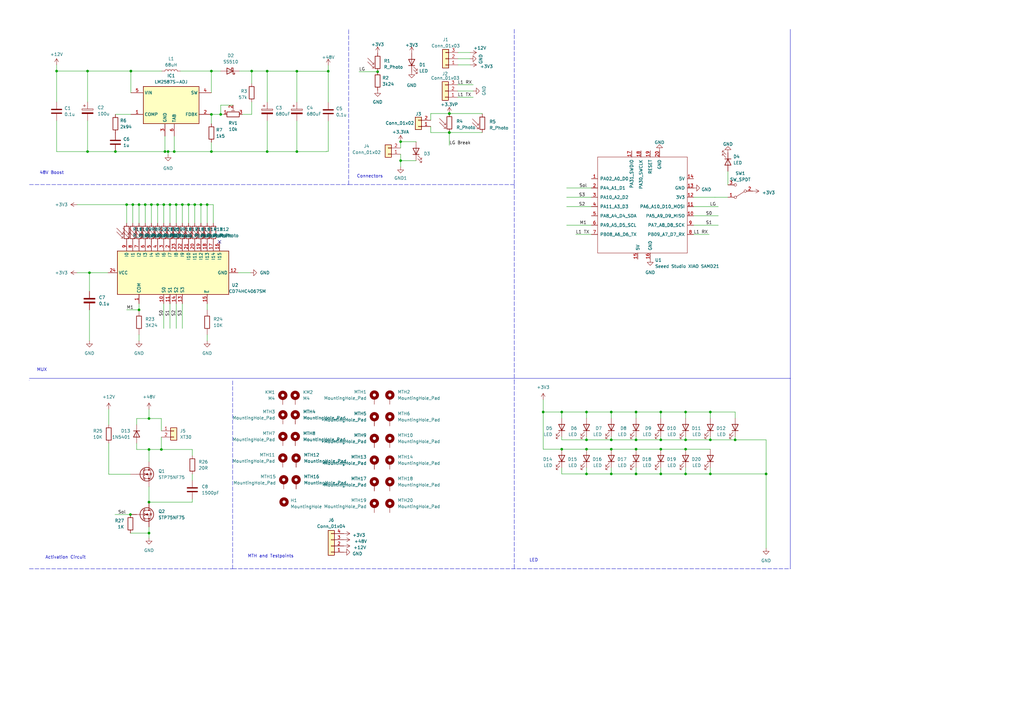
<source format=kicad_sch>
(kicad_sch (version 20230121) (generator eeschema)
  (paper "A3")
  (title_block (title "Layer 1") (date "2023-04-21") (rev "1") (company "Sentinels Robotics"))
  (junction (at 23.2072 29.1456))
  (junction (at 53.6872 29.1456))
  (junction (at 250.7115 180.4128))
  (junction (at 281.1915 194.3828))
  (junction (at 154.8782 29.4118))
  (junction (at 61.109 184.3514))
  (junction (at 109.5774 29.1677))
  (junction (at 271.0315 194.3828))
  (junction (at 184.297 54.3676))
  (junction (at 291.3515 180.4128))
  (junction (at 281.1915 168.9828))
  (junction (at 281.1915 180.4128))
  (junction (at 240.5515 168.9828))
  (junction (at 66.189 184.3514))
  (junction (at 164.3098 58.0984))
  (junction (at 47.3372 62.1656))
  (junction (at 61.109 218.6414))
  (junction (at 59.5577 83.9173))
  (junction (at 71.4672 62.1656))
  (junction (at 82.4177 83.9173))
  (junction (at 77.3377 83.9173))
  (junction (at 62.0977 83.9173))
  (junction (at 260.8715 180.4128))
  (junction (at 109.5774 62.1656))
  (junction (at 281.1915 184.2228))
  (junction (at 271.0315 168.9828))
  (junction (at 61.109 171.6514))
  (junction (at 35.9072 29.1456))
  (junction (at 86.7072 29.1456))
  (junction (at 230.3915 184.2228))
  (junction (at 240.5515 194.3828))
  (junction (at 134.6289 29.2073))
  (junction (at 291.3515 194.3828))
  (junction (at 240.5515 184.2228))
  (junction (at 184.297 46.5655))
  (junction (at 103.2172 29.1456))
  (junction (at 184.297 54.3563))
  (junction (at 79.8777 83.9173))
  (junction (at 240.5515 180.4128))
  (junction (at 314.2115 194.3828))
  (junction (at 250.7115 194.3828))
  (junction (at 121.7673 62.1656))
  (junction (at 67.6572 62.1656))
  (junction (at 164.3098 65.8839))
  (junction (at 68.9272 62.1656))
  (junction (at 51.9377 83.9173))
  (junction (at 250.7115 184.2228))
  (junction (at 57.0177 83.9173))
  (junction (at 260.8715 194.3828))
  (junction (at 271.0315 180.4128))
  (junction (at 121.7673 29.2073))
  (junction (at 90.5172 46.9256))
  (junction (at 86.7072 46.9256))
  (junction (at 301.5115 180.4128))
  (junction (at 69.7177 83.9173))
  (junction (at 35.9072 62.1656))
  (junction (at 291.3515 168.9828))
  (junction (at 260.8715 184.2228))
  (junction (at 84.9577 83.9173))
  (junction (at 36.6977 111.8573))
  (junction (at 74.7977 83.9173))
  (junction (at 64.6377 83.9173))
  (junction (at 260.8715 168.9828))
  (junction (at 86.7072 62.1656))
  (junction (at 53.489 211.0214))
  (junction (at 271.0315 184.2228))
  (junction (at 57.0177 127.0973))
  (junction (at 72.2577 83.9173))
  (junction (at 184.2952 46.5655))
  (junction (at 54.4777 83.9173))
  (junction (at 222.7715 168.9828))
  (junction (at 67.1777 83.9173))
  (junction (at 230.3915 168.9828))
  (junction (at 250.7115 168.9828))
  (junction (at 61.109 205.9414))
  (no_connect (at 90.0377 99.1573))
  (wire (pts (xy 74.7977 83.9173) (xy 74.7977 91.5373)))
  (wire (pts (xy 53.6872 29.1456) (xy 66.3872 29.1456)))
  (wire (pts (xy 240.5515 171.5228) (xy 240.5515 168.9828)))
  (wire (pts (xy 84.9577 83.9173) (xy 84.9577 91.5373)))
  (wire (pts (xy 121.7673 62.1656) (xy 133.883 62.1656)))
  (wire (pts (xy 242.555 92.3432) (xy 232.395 92.3432)))
  (wire (pts (xy 53.6872 29.1456) (xy 35.9072 29.1456)))
  (wire (pts (xy 67.1777 83.9173) (xy 67.1777 91.5373)))
  (wire (pts (xy 250.7115 180.4128) (xy 260.8715 180.4128)))
  (wire (pts (xy 74.7977 83.9173) (xy 77.3377 83.9173)))
  (wire (pts (xy 314.2115 180.4128) (xy 314.2115 194.3828)))
  (wire (pts (xy 184.297 54.3676) (xy 176.6715 54.3676)))
  (wire (pts (xy 230.3915 184.2228) (xy 240.5515 184.2228)))
  (wire (pts (xy 271.0315 191.8428) (xy 271.0315 194.3828)))
  (polyline (pts (xy 142.9799 12.0131) (xy 142.9834 12.0131)))
  (wire (pts (xy 103.2172 46.9256) (xy 99.4072 46.9256)))
  (wire (pts (xy 67.6572 62.1656) (xy 47.3372 62.1656)))
  (wire (pts (xy 250.7115 179.1428) (xy 250.7115 180.4128)))
  (wire (pts (xy 192.8803 21.5397) (xy 187.8517 21.5397)))
  (wire (pts (xy 36.6977 111.8573) (xy 44.3177 111.8573)))
  (wire (pts (xy 260.8715 179.1428) (xy 260.8715 180.4128)))
  (wire (pts (xy 67.6572 55.8156) (xy 67.6572 62.1656)))
  (wire (pts (xy 281.1915 168.9828) (xy 271.0315 168.9828)))
  (wire (pts (xy 187.6966 39.871) (xy 194.0933 39.871)))
  (wire (pts (xy 291.3515 179.1428) (xy 291.3515 180.4128)))
  (wire (pts (xy 271.0315 168.9828) (xy 260.8715 168.9828)))
  (wire (pts (xy 67.1777 124.5573) (xy 67.1777 134.7173)))
  (wire (pts (xy 84.9577 137.2573) (xy 84.9577 139.7973)))
  (wire (pts (xy 86.7072 46.9256) (xy 86.7072 50.7356)))
  (wire (pts (xy 109.5774 62.1656) (xy 121.7673 62.1656)))
  (wire (pts (xy 36.6977 111.8573) (xy 36.6977 119.4773)))
  (wire (pts (xy 230.3915 191.8428) (xy 230.3915 194.3828)))
  (wire (pts (xy 134.6289 29.2073) (xy 134.6289 42.0007)))
  (wire (pts (xy 98.1372 29.1456) (xy 103.2172 29.1456)))
  (wire (pts (xy 291.3515 194.3828) (xy 314.2115 194.3828)))
  (wire (pts (xy 44.599 167.8414) (xy 44.599 174.1914)))
  (wire (pts (xy 69.7177 124.5573) (xy 69.7177 134.7173)))
  (wire (pts (xy 79.8777 83.9173) (xy 82.4177 83.9173)))
  (wire (pts (xy 61.109 199.5914) (xy 61.109 205.9414)))
  (wire (pts (xy 281.1915 194.3828) (xy 291.3515 194.3828)))
  (wire (pts (xy 53.6872 46.9256) (xy 47.3372 46.9256)))
  (wire (pts (xy 71.4672 62.1656) (xy 86.7072 62.1656)))
  (wire (pts (xy 240.5515 191.8428) (xy 240.5515 194.3828)))
  (polyline (pts (xy 95.3975 233.3138) (xy 95.3975 156.002)) (stroke (width 0) (type dash)))
  (wire (pts (xy 59.5577 83.9173) (xy 62.0977 83.9173)))
  (wire (pts (xy 222.7715 168.9828) (xy 222.7715 184.2228)))
  (wire (pts (xy 281.1915 191.8428) (xy 281.1915 194.3828)))
  (wire (pts (xy 23.2072 62.1656) (xy 35.9072 62.1656)))
  (wire (pts (xy 103.2172 29.1456) (xy 109.5774 29.1456)))
  (wire (pts (xy 47.3372 62.1656) (xy 35.9072 62.1656)))
  (wire (pts (xy 64.6377 83.9173) (xy 64.6377 91.5373)))
  (wire (pts (xy 87.4977 83.9173) (xy 87.4977 91.5373)))
  (wire (pts (xy 56.029 184.3514) (xy 56.029 181.8114)))
  (wire (pts (xy 271.0315 184.2228) (xy 281.1915 184.2228)))
  (wire (pts (xy 184.297 46.5655) (xy 184.2952 46.5655)))
  (wire (pts (xy 281.1915 184.2228) (xy 291.3515 184.2228)))
  (wire (pts (xy 293.2371 80.9151) (xy 293.2371 80.9132)))
  (wire (pts (xy 90.5172 43.1156) (xy 90.5172 46.9256)))
  (wire (pts (xy 133.883 62.1148) (xy 133.883 62.1656)))
  (wire (pts (xy 184.2952 46.5655) (xy 176.6715 46.5655)))
  (wire (pts (xy 66.189 179.2714) (xy 66.189 184.3514)))
  (wire (pts (xy 57.0177 83.9173) (xy 57.0177 91.5373)))
  (wire (pts (xy 164.3098 58.0984) (xy 164.3098 60.6896)))
  (wire (pts (xy 71.4672 62.1656) (xy 68.9272 62.1656)))
  (wire (pts (xy 72.2577 83.9173) (xy 72.2577 91.5373)))
  (wire (pts (xy 66.189 184.3514) (xy 78.889 184.3514)))
  (wire (pts (xy 82.4177 83.9173) (xy 84.9577 83.9173)))
  (wire (pts (xy 242.555 84.7232) (xy 232.395 84.7232)))
  (wire (pts (xy 197.8188 54.3563) (xy 184.297 54.3563)))
  (polyline (pts (xy 210.9246 233.291) (xy 210.9356 233.291)))
  (wire (pts (xy 61.109 218.6414) (xy 61.109 216.1014)))
  (wire (pts (xy 109.5774 29.1677) (xy 109.5774 41.9242)))
  (wire (pts (xy 240.5515 184.2228) (xy 250.7115 184.2228)))
  (wire (pts (xy 294.625 88.5332) (xy 284.465 88.5332)))
  (wire (pts (xy 62.0977 83.9173) (xy 64.6377 83.9173)))
  (wire (pts (xy 184.297 54.1855) (xy 184.297 54.3563)))
  (wire (pts (xy 222.7715 168.9828) (xy 230.3915 168.9828)))
  (wire (pts (xy 54.4777 83.9173) (xy 54.4777 91.5373)))
  (wire (pts (xy 61.109 184.3514) (xy 56.029 184.3514)))
  (wire (pts (xy 78.889 184.3514) (xy 78.889 186.8914)))
  (wire (pts (xy 240.5515 168.9828) (xy 230.3915 168.9828)))
  (wire (pts (xy 53.6872 38.0356) (xy 53.6872 29.1456)))
  (wire (pts (xy 57.0177 137.2573) (xy 57.0177 139.7973)))
  (wire (pts (xy 44.5964 194.4606) (xy 44.5964 194.5114)))
  (wire (pts (xy 86.7072 62.1656) (xy 109.5774 62.1656)))
  (wire (pts (xy 44.599 194.4606) (xy 44.599 181.8114)))
  (wire (pts (xy 44.5964 194.5114) (xy 53.489 194.5114)))
  (wire (pts (xy 301.5115 179.1428) (xy 301.5115 180.4128)))
  (wire (pts (xy 36.6977 127.0973) (xy 36.6977 139.7973)))
  (wire (pts (xy 61.109 218.6414) (xy 61.109 220.6588)))
  (polyline (pts (xy 142.9754 75.6946) (xy 210.9112 75.6946)) (stroke (width 0) (type dash)))
  (wire (pts (xy 69.7177 83.9173) (xy 72.2577 83.9173)))
  (wire (pts (xy 121.7673 29.2073) (xy 121.7673 41.9242)))
  (wire (pts (xy 97.6577 111.8573) (xy 102.7377 111.8573)))
  (wire (pts (xy 187.6966 34.791) (xy 194.0933 34.791)))
  (wire (pts (xy 284.465 96.1532) (xy 290.8617 96.1532)))
  (wire (pts (xy 184.297 54.3676) (xy 184.297 59.5864)))
  (wire (pts (xy 61.109 167.8414) (xy 61.109 171.6514)))
  (wire (pts (xy 250.7115 191.8428) (xy 250.7115 194.3828)))
  (wire (pts (xy 61.109 171.6514) (xy 66.189 171.6514)))
  (wire (pts (xy 240.5515 179.1428) (xy 240.5515 180.4128)))
  (wire (pts (xy 271.0315 171.5228) (xy 271.0315 168.9828)))
  (wire (pts (xy 109.5774 29.1677) (xy 109.5774 29.1456)))
  (wire (pts (xy 47.139 211.0214) (xy 53.489 211.0214)))
  (wire (pts (xy 187.6966 37.331) (xy 194.0933 37.331)))
  (wire (pts (xy 134.6289 29.2073) (xy 134.6289 26.7963)))
  (wire (pts (xy 301.5115 180.4128) (xy 314.2115 180.4128)))
  (wire (pts (xy 69.7177 83.9173) (xy 69.7177 91.5373)))
  (wire (pts (xy 57.0177 83.9173) (xy 59.5577 83.9173)))
  (wire (pts (xy 64.6377 83.9173) (xy 67.1777 83.9173)))
  (wire (pts (xy 56.029 171.6514) (xy 56.029 174.1914)))
  (wire (pts (xy 86.7072 46.9256) (xy 90.5172 46.9256)))
  (wire (pts (xy 95.5972 43.1156) (xy 90.5172 43.1156)))
  (wire (pts (xy 260.8715 180.4128) (xy 271.0315 180.4128)))
  (wire (pts (xy 35.9072 29.1456) (xy 35.9072 41.8456)))
  (wire (pts (xy 77.3377 83.9173) (xy 79.8777 83.9173)))
  (wire (pts (xy 170.6396 58.0984) (xy 170.6396 58.2639)))
  (polyline (pts (xy 142.9799 75.6918) (xy 142.9799 12.0131)) (stroke (width 0) (type dash)))
  (wire (pts (xy 82.4177 83.9173) (xy 82.4177 91.5373)))
  (wire (pts (xy 23.2072 26.6056) (xy 23.2072 29.1456)))
  (wire (pts (xy 260.8715 194.3828) (xy 271.0315 194.3828)))
  (wire (pts (xy 301.5115 171.5228) (xy 301.5115 168.9828)))
  (wire (pts (xy 109.5774 62.2442) (xy 109.5774 62.1656)))
  (wire (pts (xy 54.4777 83.9173) (xy 51.9377 83.9173)))
  (wire (pts (xy 230.3915 179.1428) (xy 230.3915 180.4128)))
  (wire (pts (xy 260.8715 191.8428) (xy 260.8715 194.3828)))
  (wire (pts (xy 74.7977 124.5573) (xy 74.7977 134.7173)))
  (wire (pts (xy 74.0072 29.1456) (xy 86.7072 29.1456)))
  (wire (pts (xy 230.3915 194.3828) (xy 240.5515 194.3828)))
  (wire (pts (xy 134.6289 62.1148) (xy 134.6289 49.6207)))
  (polyline (pts (xy 210.9067 155.9732) (xy 210.9073 155.9732)))
  (wire (pts (xy 197.8114 46.6163) (xy 197.8188 46.6163)))
  (polyline (pts (xy 12.0065 155.975) (xy 12.0065 155.9813)))
  (wire (pts (xy 291.3515 171.5228) (xy 291.3515 168.9828)))
  (wire (pts (xy 184.297 54.3563) (xy 184.297 54.3676)))
  (wire (pts (xy 121.7673 49.5442) (xy 121.7673 62.1656)))
  (wire (pts (xy 281.1915 179.1428) (xy 281.1915 180.4128)))
  (wire (pts (xy 71.4672 55.8156) (xy 71.4672 62.1656)))
  (wire (pts (xy 176.6715 54.3676) (xy 176.6715 51.8647)))
  (wire (pts (xy 240.5515 194.3828) (xy 250.7115 194.3828)))
  (polyline (pts (xy 324.1714 12.0306) (xy 324.1714 155.2323)))
  (wire (pts (xy 109.5774 29.1677) (xy 121.7673 29.1677)))
  (wire (pts (xy 84.9577 83.9173) (xy 87.4977 83.9173)))
  (wire (pts (xy 271.0315 180.4128) (xy 281.1915 180.4128)))
  (wire (pts (xy 86.7072 58.3556) (xy 86.7072 62.1656)))
  (polyline (pts (xy 324.1714 155.2058) (xy 324.1714 233.293)))
  (wire (pts (xy 230.3915 180.4128) (xy 240.5515 180.4128)))
  (polyline (pts (xy 210.9112 12.0124) (xy 210.9112 75.6946)) (stroke (width 0) (type dash)))
  (wire (pts (xy 31.6177 111.8573) (xy 36.6977 111.8573)))
  (wire (pts (xy 103.2172 41.8456) (xy 103.2172 46.9256)))
  (wire (pts (xy 51.9377 83.9173) (xy 51.9377 91.5373)))
  (wire (pts (xy 61.109 184.3514) (xy 61.109 189.4314)))
  (wire (pts (xy 293.2371 80.9132) (xy 284.465 80.9132)))
  (wire (pts (xy 23.2072 29.1456) (xy 23.2072 41.8456)))
  (polyline (pts (xy 210.9246 155.9825) (xy 210.9246 233.291)) (stroke (width 0) (type dash)))
  (wire (pts (xy 197.8188 46.6163) (xy 197.8188 46.7363)))
  (wire (pts (xy 260.8715 168.9828) (xy 250.7115 168.9828)))
  (wire (pts (xy 147.2582 29.4118) (xy 154.8782 29.4118)))
  (wire (pts (xy 301.5115 168.9828) (xy 291.3515 168.9828)))
  (wire (pts (xy 314.2115 194.3828) (xy 314.2115 224.8628)))
  (wire (pts (xy 250.7115 168.9828) (xy 240.5515 168.9828)))
  (wire (pts (xy 291.3515 191.8428) (xy 291.3515 194.3828)))
  (wire (pts (xy 298.556 75.8351) (xy 298.556 70.267)))
  (wire (pts (xy 184.297 46.5655) (xy 197.8114 46.5655)))
  (wire (pts (xy 294.625 84.7232) (xy 284.465 84.7232)))
  (wire (pts (xy 91.7872 46.9256) (xy 90.5172 46.9256)))
  (wire (pts (xy 250.7115 171.5228) (xy 250.7115 168.9828)))
  (wire (pts (xy 51.9377 83.9173) (xy 31.6177 83.9173)))
  (wire (pts (xy 294.625 92.3432) (xy 284.465 92.3432)))
  (wire (pts (xy 187.8517 24.0797) (xy 192.7322 24.0797)))
  (wire (pts (xy 164.3098 63.2296) (xy 164.3098 65.8839)))
  (wire (pts (xy 86.7072 29.1456) (xy 90.5172 29.1456)))
  (wire (pts (xy 242.555 80.9132) (xy 232.395 80.9132)))
  (wire (pts (xy 291.3515 168.9828) (xy 281.1915 168.9828)))
  (wire (pts (xy 250.7115 184.2228) (xy 260.8715 184.2228)))
  (polyline (pts (xy 324.1714 155.2323) (xy 324.1945 155.2323)))
  (wire (pts (xy 66.189 176.7314) (xy 66.189 171.6514)))
  (wire (pts (xy 293.2371 80.9151) (xy 298.556 80.9151)))
  (wire (pts (xy 281.1915 180.4128) (xy 291.3515 180.4128)))
  (wire (pts (xy 35.9072 62.1656) (xy 35.9072 49.4656)))
  (wire (pts (xy 57.0177 124.5573) (xy 57.0177 127.0973)))
  (wire (pts (xy 281.1915 171.5228) (xy 281.1915 168.9828)))
  (wire (pts (xy 260.8715 171.5228) (xy 260.8715 168.9828)))
  (wire (pts (xy 236.1583 96.1532) (xy 242.555 96.1532)))
  (wire (pts (xy 250.7115 194.3828) (xy 260.8715 194.3828)))
  (wire (pts (xy 61.109 205.9414) (xy 78.889 205.9414)))
  (wire (pts (xy 103.2172 29.1456) (xy 103.2172 34.2256)))
  (wire (pts (xy 86.7072 29.1456) (xy 86.7072 38.0356)))
  (wire (pts (xy 271.0315 179.1428) (xy 271.0315 180.4128)))
  (wire (pts (xy 242.555 77.1032) (xy 232.395 77.1032)))
  (wire (pts (xy 230.3915 171.5228) (xy 230.3915 168.9828)))
  (wire (pts (xy 84.9577 124.5573) (xy 84.9577 127.0973)))
  (polyline (pts (xy 210.9067 75.6848) (xy 210.9067 155.9732)) (stroke (width 0) (type dash)))
  (wire (pts (xy 164.3098 65.8839) (xy 164.3098 68.4239)))
  (wire (pts (xy 61.109 184.3514) (xy 66.189 184.3514)))
  (wire (pts (xy 68.9272 63.4356) (xy 68.9272 62.1656)))
  (wire (pts (xy 271.0315 194.3828) (xy 281.1915 194.3828)))
  (wire (pts (xy 54.4777 83.9173) (xy 57.0177 83.9173)))
  (polyline (pts (xy 12.0274 233.3138) (xy 95.3975 233.3138)) (stroke (width 0) (type dash)))
  (wire (pts (xy 23.2072 29.1456) (xy 35.9072 29.1456)))
  (wire (pts (xy 240.5515 180.4128) (xy 250.7115 180.4128)))
  (wire (pts (xy 164.3098 58.0984) (xy 170.6396 58.0984)))
  (polyline (pts (xy 95.4165 233.2934) (xy 324.1355 233.2934)) (stroke (width 0) (type dash)))
  (wire (pts (xy 51.9377 127.0973) (xy 57.0177 127.0973)))
  (wire (pts (xy 77.3377 83.9173) (xy 77.3377 91.5373)))
  (wire (pts (xy 192.8803 26.6197) (xy 187.8517 26.6197)))
  (wire (pts (xy 121.7673 29.2073) (xy 134.6289 29.2073)))
  (wire (pts (xy 109.5774 49.5442) (xy 109.5774 62.1656)))
  (wire (pts (xy 222.7715 163.9028) (xy 222.7715 168.9828)))
  (wire (pts (xy 62.0977 83.9173) (xy 62.0977 91.5373)))
  (wire (pts (xy 79.8777 83.9173) (xy 79.8777 91.5373)))
  (wire (pts (xy 67.1777 83.9173) (xy 69.7177 83.9173)))
  (wire (pts (xy 23.2072 49.4656) (xy 23.2072 62.1656)))
  (wire (pts (xy 44.5964 194.4606) (xy 44.599 194.4606)))
  (polyline (pts (xy 12.0233 155.2058) (xy 324.1714 155.2058)))
  (wire (pts (xy 72.2577 124.5573) (xy 72.2577 134.7173)))
  (wire (pts (xy 133.883 62.1148) (xy 134.6289 62.1148)))
  (wire (pts (xy 260.8715 184.2228) (xy 271.0315 184.2228)))
  (wire (pts (xy 121.7673 29.2073) (xy 121.7673 29.1677)))
  (wire (pts (xy 78.889 194.5114) (xy 78.889 197.0514)))
  (wire (pts (xy 176.6715 46.5655) (xy 176.6715 49.3247)))
  (wire (pts (xy 59.5577 83.9173) (xy 59.5577 91.5373)))
  (wire (pts (xy 53.489 218.6414) (xy 61.109 218.6414)))
  (polyline (pts (xy 12.0665 75.6918) (xy 142.9799 75.6918)) (stroke (width 0) (type dash)))
  (wire (pts (xy 222.7715 184.2228) (xy 230.3915 184.2228)))
  (wire (pts (xy 68.9272 62.1656) (xy 67.6572 62.1656)))
  (wire (pts (xy 72.2577 83.9173) (xy 74.7977 83.9173)))
  (wire (pts (xy 291.3515 180.4128) (xy 301.5115 180.4128)))
  (wire (pts (xy 197.8114 46.5655) (xy 197.8114 46.6163)))
  (wire (pts (xy 56.029 171.6514) (xy 61.109 171.6514)))
  (wire (pts (xy 170.6396 65.8839) (xy 164.3098 65.8839)))
  (wire (pts (xy 78.889 204.6714) (xy 78.889 205.9414)))
  (text "LED" (at 217.0565 230.5778 0) (effects (font (size 1.27 1.27)) (justify left bottom)))
  (text "48V Boost" (at 16.2222 71.6906 0) (effects (font (size 1.27 1.27)) (justify left bottom)))
  (text "MUX" (at 15.1077 152.4973 0) (effects (font (size 1.27 1.27)) (justify left bottom)))
  (text "Connectors" (at 146.3133 73.1086 0) (effects (font (size 1.27 1.27)) (justify left bottom)))
  (text "MTH and Testpoints" (at 101.5503 228.922 0) (effects (font (size 1.27 1.27)) (justify left bottom)))
  (text "Activation Circuit" (at 18.564 229.4364 0) (effects (font (size 1.27 1.27)) (justify left bottom)))
  (label "M1" (at 237.7597 92.3432 0))
  (label "M1" (at 51.9377 127.0973 0))
  (label "S1" (at 292.085 92.3432 180))
  (label "S1" (at 69.7177 127.0973 270))
  (label "S3" (at 74.7977 127.0973 270))
  (label "S2" (at 72.2577 127.0973 270))
  (label "L1 RX" (at 187.6966 34.791 0))
  (label "LG" (at 291.159 84.7232 0))
  (label "L1 TX" (at 236.1583 96.1532 0))
  (label "Sol" (at 237.5505 77.1032 0))
  (label "S2" (at 240.015 84.7232 180))
  (label "S0" (at 67.1777 127.0973 270))
  (label "L1 TX" (at 187.6966 39.871 0))
  (label "S3" (at 240.015 80.9132 180))
  (label "S0" (at 292.085 88.5332 180))
  (label "Sol" (at 48.409 211.0214 0))
  (label "L1 RX" (at 284.465 96.1532 0))
  (label "LG" (at 147.2582 29.4118 0))
  (label "LG Break" (at 184.297 59.5864 0))
  (symbol (lib_id "Mechanical:MountingHole_Pad") (at 116.0368 180.285 0) (mirror y) (unit 1)
    (property "Reference" "MTH7" (at 112.8618 177.7449 0) (effects (justify left)))
    (property "Value" "MountingHole_Pad" (at 112.8618 180.2849 0) (effects (justify left)))
    (property "Footprint" "MountingHole:MountingHole_3.2mm_M3_Pad_Via" (effects hide))
  )
  (symbol (lib_id "power:GND") (at 61.109 220.6588 0) (unit 1)
    (property "Reference" "#PWR030" (effects hide))
    (property "Value" "GND" (at 61.109 225.7388 0))
  )
  (symbol (lib_id "Device:C") (at 47.3372 58.3556 0) (unit 1)
    (property "Reference" "C6" (at 50.5122 57.0855 0) (effects (justify left)))
    (property "Value" "1u" (at 50.5122 59.6255 0) (effects (justify left)))
    (property "Footprint" "2024l1:cap0603" (effects hide))
  )
  (symbol (lib_id "power:+12V") (at 140.939 223.9227 270) (unit 1)
    (property "Reference" "#PWR032" (effects hide))
    (property "Value" "+12V" (at 144.9318 224.5577 90) (effects (justify left)))
  )
  (symbol (lib_id "Diode:1N5401") (at 56.029 178.0014 90) (mirror x) (unit 1)
    (property "Reference" "D13" (at 53.489 176.7314 90) (effects (justify left)))
    (property "Value" "1N5401" (at 53.489 179.2714 90) (effects (justify left)))
    (property "Footprint" "Diode_THT:D_DO-201AD_P15.24mm_Horizontal" (effects hide))
    (property "Datasheet" "http://www.vishay.com/docs/88516/1n5400.pdf" (effects hide))
    (property "Sim.Device" "D" (effects hide))
    (property "Sim.Pins" "1=K 2=A" (effects hide))
  )
  (symbol (lib_id "power:+48V") (at 140.939 221.3827 270) (unit 1)
    (property "Reference" "#PWR031" (effects hide))
    (property "Value" "+48V" (at 145.2544 222.0177 90) (effects (justify left)))
  )
  (symbol (lib_id "Device:R") (at 103.2172 38.0356 0) (mirror y) (unit 1)
    (property "Reference" "R3" (at 101.4392 37.4006 0) (effects (justify left)))
    (property "Value" "57k" (at 101.4392 39.9406 0) (effects (justify left)))
    (property "Footprint" "2024l1:res0603" (effects hide))
  )
  (symbol (lib_id "Connector_Generic:Conn_01x02") (at 159.2298 63.2296 180) (unit 1)
    (property "Reference" "J4" (at 150.347 59.941 0))
    (property "Value" "Conn_01x02" (at 150.347 62.481 0))
    (property "Footprint" "Connector_PinHeader_2.54mm:PinHeader_1x02_P2.54mm_Horizontal" (effects hide))
  )
  (symbol (lib_id "Device:R") (at 47.3372 50.7356 0) (unit 1)
    (property "Reference" "R6" (at 49.2422 49.4655 0) (effects (justify left)))
    (property "Value" "2k94" (at 49.2422 52.0055 0) (effects (justify left)))
    (property "Footprint" "2024l1:res0603" (effects hide))
  )
  (symbol (lib_id "Mechanical:MountingHole") (at 116.5004 205.8855 0) (unit 1)
    (property "Reference" "H1" (at 119.1305 205.2505 0) (effects (justify left)))
    (property "Value" "MountingHole" (at 119.1305 207.7905 0) (effects (justify left)))
    (property "Footprint" "2024l1:SEN Logo Silk" (effects hide))
  )
  (symbol (lib_id "Connector_Generic:Conn_01x03") (at 182.6166 37.331 180) (unit 1)
    (property "Reference" "J2" (at 182.5336 30.2239 0))
    (property "Value" "Conn_01x03" (at 182.6166 32.0133 0))
    (property "Footprint" "Connector_JST:JST_XH_B3B-XH-A_1x03_P2.50mm_Vertical" (effects hide))
  )
  (symbol (lib_id "Mechanical:MountingHole_Pad") (at 121.0631 163.4147 0) (unit 1)
    (property "Reference" "KM2" (at 124.2381 160.8746 0) (effects (justify left)))
    (property "Value" "M4" (at 124.2381 163.4146 0) (effects (justify left)))
    (property "Footprint" "MountingHole:MountingHole_4.3mm_M4_Pad_Via" (effects hide))
  )
  (symbol (lib_id "Device:R") (at 78.889 190.7014 0) (mirror y) (unit 1)
    (property "Reference" "R26" (at 81.429 189.4314 0) (effects (justify right)))
    (property "Value" "20R" (at 81.429 191.9714 0) (effects (justify right)))
    (property "Footprint" "2024l1:res0603" (effects hide))
  )
  (symbol (lib_id "power:+3V3") (at 140.939 218.8427 270) (unit 1)
    (property "Reference" "#PWR029" (effects hide))
    (property "Value" "+3V3" (at 144.5399 219.4777 90) (effects (justify left)))
  )
  (symbol (lib_id "power:+3V3") (at 154.8782 21.7918 0) (unit 1)
    (property "Reference" "#PWR02" (effects hide))
    (property "Value" "+3V3" (at 154.8782 18.2358 0))
  )
  (symbol (lib_id "power:GND") (at 270.495 61.8632 180) (unit 1)
    (property "Reference" "#PWR013" (effects hide))
    (property "Value" "GND" (at 270.495 58.419 0))
  )
  (symbol (lib_id "power:+3.3VA") (at 164.3098 58.0984 0) (unit 1)
    (property "Reference" "#PWR012" (effects hide))
    (property "Value" "+3.3VA" (at 164.3098 54.1234 0))
  )
  (symbol (lib_id "Device:C_Polarized") (at 109.5774 45.7342 0) (unit 1)
    (property "Reference" "C3" (at 113.03 44.2102 0) (effects (justify left)))
    (property "Value" "680uF" (at 113.03 46.7502 0) (effects (justify left)))
    (property "Footprint" "2024l1:CP_Radial_D16.0mm_P7.50mm" (effects hide))
  )
  (symbol (lib_id "Device:R_Photo") (at 84.9577 95.3473 0) (unit 1)
    (property "Reference" "R13" (at 87.4977 94.0772 0) (effects (justify left)))
    (property "Value" "R_Photo" (at 87.4977 96.6172 0) (effects (justify left)))
    (property "Footprint" "2024l1:ALS-PT19" (effects hide))
  )
  (symbol (lib_id "vincent:IPD050N10N5ATMA1") (at 53.489 211.0214 0) (unit 1)
    (property "Reference" "Q2" (at 64.919 209.7513 0) (effects (justify left)))
    (property "Value" "STP75NF75" (at 64.919 212.2913 0) (effects (justify left)))
    (property "Footprint" "2024l1:TO255P1040X460X2890-3" (effects hide))
    (property "Datasheet" "https://www.mouser.sg/datasheet/2/389/stb75nf75-1850359.pdf" (effects hide))
    (property "Mouser Part Number" "511-STP75NF75" (effects hide))
    (property "Manufacturer_Name" "STMicroelectronics" (effects hide))
    (property "Manufacturer_Part_Number" "STP75NF75" (effects hide))
  )
  (symbol (lib_id "power:GND") (at 192.7322 24.0797 90) (mirror x) (unit 1)
    (property "Reference" "#PWR04" (effects hide))
    (property "Value" "GND" (at 197.1772 22.1747 0) (effects (justify left)))
  )
  (symbol (lib_id "Device:R_Photo") (at 184.297 50.3755 0) (unit 1)
    (property "Reference" "R4" (at 187.1637 49.7405 0) (effects (justify left)))
    (property "Value" "R_Photo" (at 187.1637 52.2805 0) (effects (justify left)))
    (property "Footprint" "2024l1:ALS-PT19" (effects hide))
  )
  (symbol (lib_id "Device:R_Photo") (at 67.1777 95.3473 0) (unit 1)
    (property "Reference" "R20" (at 69.7177 94.0772 0) (effects (justify left)))
    (property "Value" "R_Photo" (at 69.7177 96.6172 0) (effects (justify left)))
    (property "Footprint" "2024l1:ALS-PT19" (effects hide))
  )
  (symbol (lib_id "power:GND") (at 140.939 226.4627 90) (unit 1)
    (property "Reference" "#PWR034" (effects hide))
    (property "Value" "GND" (at 144.544 227.0977 90) (effects (justify right)))
  )
  (symbol (lib_id "Switch:SW_SPDT") (at 303.636 78.3751 180) (unit 1)
    (property "Reference" "SW1" (at 303.636 71.12 0))
    (property "Value" "SW_SPDT" (at 303.636 73.66 0))
    (property "Footprint" "2024l1:SS12F21" (effects hide))
  )
  (symbol (lib_id "Mechanical:MountingHole_Pad") (at 121.4441 189.136 0) (unit 1)
    (property "Reference" "MTH12" (at 124.6191 186.5959 0) (effects (justify left)))
    (property "Value" "MountingHole_Pad" (at 124.6191 189.1359 0) (effects (justify left)))
    (property "Footprint" "MountingHole:MountingHole_3.2mm_M3_Pad_Via" (effects hide))
  )
  (symbol (lib_id "power:GND") (at 154.8782 37.0318 0) (unit 1)
    (property "Reference" "#PWR09" (effects hide))
    (property "Value" "GND" (at 154.8782 41.8578 0))
  )
  (symbol (lib_id "Device:C") (at 23.2072 45.6556 0) (unit 1)
    (property "Reference" "C1" (at 26.3822 44.3855 0) (effects (justify left)))
    (property "Value" "0.1u" (at 26.3822 46.9255 0) (effects (justify left)))
    (property "Footprint" "2024l1:SW_PUSH_SPST" (effects hide))
  )
  (symbol (lib_id "Device:R_Photo") (at 79.8777 95.3473 0) (unit 1)
    (property "Reference" "R15" (at 82.4177 94.0772 0) (effects (justify left)))
    (property "Value" "R_Photo" (at 82.4177 96.6172 0) (effects (justify left)))
    (property "Footprint" "2024l1:ALS-PT19" (effects hide))
  )
  (symbol (lib_id "Device:R") (at 44.599 178.0014 0) (unit 1)
    (property "Reference" "R25" (at 42.059 176.7313 0) (effects (justify right)))
    (property "Value" "10K" (at 42.059 179.2713 0) (effects (justify right)))
    (property "Footprint" "2024l1:res0603" (effects hide))
  )
  (symbol (lib_id "Device:LED") (at 260.8715 188.0328 270) (mirror x) (unit 1)
    (property "Reference" "D17" (at 257.0615 188.3502 90) (effects (justify right)))
    (property "Value" "LED" (at 257.0615 190.8902 90) (effects (justify right)))
    (property "Footprint" "2024l1:LED5050" (effects hide))
  )
  (symbol (lib_id "power:GND") (at 168.8482 29.4118 0) (unit 1)
    (property "Reference" "#PWR08" (effects hide))
    (property "Value" "GND" (at 168.8482 34.9998 0))
  )
  (symbol (lib_id "power:+3.3VP") (at 184.2952 46.5655 0) (unit 1)
    (property "Reference" "#PWR011" (effects hide))
    (property "Value" "+3.3VP" (at 184.2952 42.865 0))
  )
  (symbol (lib_id "Device:LED") (at 230.3915 175.3328 270) (mirror x) (unit 1)
    (property "Reference" "D5" (at 226.5815 175.6502 90) (effects (justify right)))
    (property "Value" "LED" (at 226.5815 178.1902 90) (effects (justify right)))
    (property "Footprint" "2024l1:LED5050" (effects hide))
  )
  (symbol (lib_id "Device:LED") (at 240.5515 188.0328 270) (mirror x) (unit 1)
    (property "Reference" "D15" (at 236.7415 188.3502 90) (effects (justify right)))
    (property "Value" "LED" (at 236.7415 190.8902 90) (effects (justify right)))
    (property "Footprint" "2024l1:LED5050" (effects hide))
  )
  (symbol (lib_id "power:GND") (at 266.685 106.3132 0) (unit 1)
    (property "Reference" "#PWR020" (effects hide))
    (property "Value" "GND" (at 266.685 111.76 0))
  )
  (symbol (lib_id "Device:R_Photo") (at 57.0177 95.3473 0) (unit 1)
    (property "Reference" "R9" (at 59.5577 94.0772 0) (effects (justify left)))
    (property "Value" "R_Photo" (at 59.5577 96.6172 0) (effects (justify left)))
    (property "Footprint" "2024l1:ALS-PT19" (effects hide))
  )
  (symbol (lib_id "power:GND") (at 84.9577 139.7973 0) (unit 1)
    (property "Reference" "#PWR025" (effects hide))
    (property "Value" "GND" (at 84.9577 144.8773 0))
  )
  (symbol (lib_id "power:GND") (at 102.7377 111.8573 90) (unit 1)
    (property "Reference" "#PWR022" (effects hide))
    (property "Value" "GND" (at 106.5477 111.8572 90) (effects (justify right)))
  )
  (symbol (lib_id "power:+3V3") (at 308.716 78.3751 270) (unit 1)
    (property "Reference" "#PWR018" (effects hide))
    (property "Value" "+3V3" (at 312.5497 79.0101 90) (effects (justify left)))
  )
  (symbol (lib_id "power:+3V3") (at 31.6177 111.8573 90) (unit 1)
    (property "Reference" "#PWR021" (effects hide))
    (property "Value" "+3V3" (at 27.8077 111.8572 90) (effects (justify left)))
  )
  (symbol (lib_id "Mechanical:MountingHole_Pad") (at 159.892 189.9644 0) (unit 1)
    (property "Reference" "MTH14" (at 163.067 187.4243 0) (effects (justify left)))
    (property "Value" "MountingHole_Pad" (at 163.067 189.9643 0) (effects (justify left)))
    (property "Footprint" "MountingHole:MountingHole_3.2mm_M3_Pad_Via" (effects hide))
  )
  (symbol (lib_id "Mechanical:MountingHole_Pad") (at 121.1168 171.395 0) (unit 1)
    (property "Reference" "MTH4" (at 124.2918 168.8549 0) (effects (justify left)))
    (property "Value" "MountingHole_Pad" (at 124.2918 171.3949 0) (effects (justify left)))
    (property "Footprint" "MountingHole:MountingHole_3.2mm_M3_Pad_Via" (effects hide))
  )
  (symbol (lib_id "Connector_Generic:Conn_01x02") (at 171.5915 51.8647 180) (unit 1)
    (property "Reference" "J3" (at 171.6223 46.7476 0))
    (property "Value" "Conn_01x02" (at 163.985 50.4926 0))
    (property "Footprint" "Connector_PinHeader_2.54mm:PinHeader_1x02_P2.54mm_Horizontal" (effects hide))
  )
  (symbol (lib_id "Mechanical:MountingHole_Pad") (at 153.542 189.9644 0) (mirror y) (unit 1)
    (property "Reference" "MTH13" (at 150.367 187.4243 0) (effects (justify left)))
    (property "Value" "MountingHole_Pad" (at 150.367 189.9643 0) (effects (justify left)))
    (property "Footprint" "MountingHole:MountingHole_3.2mm_M3_Pad_Via" (effects hide))
  )
  (symbol (lib_id "power:GND") (at 68.9272 63.4356 0) (unit 1)
    (property "Reference" "#PWR014" (effects hide))
    (property "Value" "GND" (at 68.9272 69.0236 0))
  )
  (symbol (lib_id "power:+12V") (at 192.8803 21.5397 270) (unit 1)
    (property "Reference" "#PWR01" (effects hide))
    (property "Value" "+12V" (at 194.1767 19.6954 90) (effects (justify left)))
  )
  (symbol (lib_id "Device:R_Photo") (at 69.7177 95.3473 0) (unit 1)
    (property "Reference" "R19" (at 71.0778 94.1191 0) (effects (justify left)))
    (property "Value" "R_Photo" (at 71.0778 96.6591 0) (effects (justify left)))
    (property "Footprint" "2024l1:ALS-PT19" (effects hide))
  )
  (symbol (lib_id "Device:LED") (at 170.6396 62.0739 90) (unit 1)
    (property "Reference" "D3" (at 173.7511 63.0264 90) (effects (justify right)))
    (property "Value" "LED" (effects hide))
    (property "Footprint" "2024l1:LED5050" (effects hide))
  )
  (symbol (lib_id "Device:R_Photo") (at 74.7977 95.3473 0) (unit 1)
    (property "Reference" "R17" (at 77.3377 94.0772 0) (effects (justify left)))
    (property "Value" "R_Photo" (at 77.3377 96.6172 0) (effects (justify left)))
    (property "Footprint" "2024l1:ALS-PT19" (effects hide))
  )
  (symbol (lib_id "power:GND") (at 284.465 77.1032 90) (unit 1)
    (property "Reference" "#PWR017" (effects hide))
    (property "Value" "GND" (at 287.6716 77.7382 90) (effects (justify right)))
  )
  (symbol (lib_id "Mechanical:MountingHole_Pad") (at 116.3641 198.026 0) (mirror y) (unit 1)
    (property "Reference" "MTH15" (at 113.1891 195.4859 0) (effects (justify left)))
    (property "Value" "MountingHole_Pad" (at 113.1891 198.0259 0) (effects (justify left)))
    (property "Footprint" "MountingHole:MountingHole_3.2mm_M3_Pad_Via" (effects hide))
  )
  (symbol (lib_id "Device:R") (at 53.489 214.8314 0) (unit 1)
    (property "Reference" "R27" (at 50.949 213.5613 0) (effects (justify right)))
    (property "Value" "1K" (at 50.949 216.1013 0) (effects (justify right)))
    (property "Footprint" "2024l1:res0603" (effects hide))
  )
  (symbol (lib_id "Device:LED") (at 230.3915 188.0328 270) (mirror x) (unit 1)
    (property "Reference" "D14" (at 226.5815 188.3502 90) (effects (justify right)))
    (property "Value" "LED" (at 226.5815 190.8902 90) (effects (justify right)))
    (property "Footprint" "2024l1:LED5050" (effects hide))
  )
  (symbol (lib_id "Device:L") (at 70.1972 29.1456 90) (unit 1)
    (property "Reference" "L1" (at 70.1972 24.0656 90))
    (property "Value" "68uH" (at 70.1972 26.6056 90))
    (property "Footprint" "2024l1:1040 One Piece Inductor" (effects hide))
  )
  (symbol (lib_id "Mechanical:MountingHole_Pad") (at 121.4441 198.026 0) (unit 1)
    (property "Reference" "MTH16" (at 124.6191 195.4859 0) (effects (justify left)))
    (property "Value" "MountingHole_Pad" (at 124.6191 198.0259 0) (effects (justify left)))
    (property "Footprint" "MountingHole:MountingHole_3.2mm_M3_Pad_Via" (effects hide))
  )
  (symbol (lib_id "power:GND") (at 314.2115 224.8628 0) (unit 1)
    (property "Reference" "#PWR033" (effects hide))
    (property "Value" "GND" (at 314.2115 229.9428 0))
  )
  (symbol (lib_id "Mechanical:MountingHole_Pad") (at 159.892 163.2944 0) (unit 1)
    (property "Reference" "MTH2" (at 163.067 160.7543 0) (effects (justify left)))
    (property "Value" "MountingHole_Pad" (at 163.067 163.2943 0) (effects (justify left)))
    (property "Footprint" "MountingHole:MountingHole_3.2mm_M3_Pad_Via" (effects hide))
  )
  (symbol (lib_id "Device:LED") (at 281.1915 188.0328 270) (mirror x) (unit 1)
    (property "Reference" "D19" (at 277.3815 188.3502 90) (effects (justify right)))
    (property "Value" "LED" (at 277.3815 190.8902 90) (effects (justify right)))
    (property "Footprint" "2024l1:LED5050" (effects hide))
  )
  (symbol (lib_id "Device:R_Photo") (at 59.5577 95.3473 0) (unit 1)
    (property "Reference" "R8" (at 62.0977 94.0772 0) (effects (justify left)))
    (property "Value" "R_Photo" (at 62.0977 96.6172 0) (effects (justify left)))
    (property "Footprint" "2024l1:ALS-PT19" (effects hide))
  )
  (symbol (lib_id "Mechanical:MountingHole_Pad") (at 159.892 181.0744 0) (unit 1)
    (property "Reference" "MTH10" (at 163.067 178.5343 0) (effects (justify left)))
    (property "Value" "MountingHole_Pad" (at 163.067 181.0743 0) (effects (justify left)))
    (property "Footprint" "MountingHole:MountingHole_3.2mm_M3_Pad_Via" (effects hide))
  )
  (symbol (lib_id "Mechanical:MountingHole_Pad") (at 153.542 163.2944 0) (mirror y) (unit 1)
    (property "Reference" "MTH1" (at 150.367 160.7543 0) (effects (justify left)))
    (property "Value" "MountingHole_Pad" (at 150.367 163.2943 0) (effects (justify left)))
    (property "Footprint" "MountingHole:MountingHole_3.2mm_M3_Pad_Via" (effects hide))
  )
  (symbol (lib_id "Device:R_Photo") (at 77.3377 95.3473 0) (unit 1)
    (property "Reference" "R16" (at 79.8777 94.0772 0) (effects (justify left)))
    (property "Value" "R_Photo" (at 79.8777 96.6172 0) (effects (justify left)))
    (property "Footprint" "2024l1:ALS-PT19" (effects hide))
  )
  (symbol (lib_id "Device:LED") (at 260.8715 175.3328 270) (mirror x) (unit 1)
    (property "Reference" "D8" (at 257.0615 175.6502 90) (effects (justify right)))
    (property "Value" "LED" (at 257.0615 178.1902 90) (effects (justify right)))
    (property "Footprint" "2024l1:LED5050" (effects hide))
  )
  (symbol (lib_id "Device:LED") (at 250.7115 175.3328 270) (mirror x) (unit 1)
    (property "Reference" "D7" (at 246.9015 175.6502 90) (effects (justify right)))
    (property "Value" "LED" (at 246.9015 178.1902 90) (effects (justify right)))
    (property "Footprint" "2024l1:LED5050" (effects hide))
  )
  (symbol (lib_id "Device:LED") (at 298.556 66.457 270) (unit 1)
    (property "Reference" "D4" (at 300.724 64.2345 90) (effects (justify left)))
    (property "Value" "LED" (at 300.724 66.7745 90) (effects (justify left)))
    (property "Footprint" "2024l1:led0603" (effects hide))
  )
  (symbol (lib_id "power:+3V3") (at 192.8803 26.6197 270) (unit 1)
    (property "Reference" "#PWR06" (effects hide))
    (property "Value" "+3V3" (at 196.8754 27.2547 90) (effects (justify left)))
  )
  (symbol (lib_id "Mechanical:MountingHole_Pad") (at 159.892 172.1844 0) (unit 1)
    (property "Reference" "MTH6" (at 163.067 169.6443 0) (effects (justify left)))
    (property "Value" "MountingHole_Pad" (at 163.067 172.1843 0) (effects (justify left)))
    (property "Footprint" "MountingHole:MountingHole_3.2mm_M3_Pad_Via" (effects hide))
  )
  (symbol (lib_id "Device:LED") (at 271.0315 188.0328 270) (mirror x) (unit 1)
    (property "Reference" "D18" (at 267.2215 188.3502 90) (effects (justify right)))
    (property "Value" "LED" (at 267.2215 190.8902 90) (effects (justify right)))
    (property "Footprint" "2024l1:LED5050" (effects hide))
  )
  (symbol (lib_id "power:+3V3") (at 168.8482 21.7918 0) (unit 1)
    (property "Reference" "#PWR03" (effects hide))
    (property "Value" "+3V3" (at 168.8482 18.4898 0))
  )
  (symbol (lib_id "Device:C_Polarized") (at 121.7673 45.7342 0) (unit 1)
    (property "Reference" "C4" (at 125.73 44.2102 0) (effects (justify left)))
    (property "Value" "680uF" (at 125.73 46.7502 0) (effects (justify left)))
    (property "Footprint" "2024l1:CP_Radial_D16.0mm_P7.50mm" (effects hide))
  )
  (symbol (lib_id "vincent:IPD050N10N5ATMA1") (at 53.489 194.5114 0) (unit 1)
    (property "Reference" "Q1" (at 64.919 193.2413 0) (effects (justify left)))
    (property "Value" "STP75NF75" (at 64.919 195.7813 0) (effects (justify left)))
    (property "Footprint" "2024l1:TO255P1040X460X2890-3" (effects hide))
    (property "Datasheet" "https://www.mouser.sg/datasheet/2/389/stb75nf75-1850359.pdf" (effects hide))
    (property "Mouser Part Number" "511-STP75NF75" (effects hide))
    (property "Manufacturer_Name" "STMicroelectronics" (effects hide))
    (property "Manufacturer_Part_Number" "STP75NF75" (effects hide))
  )
  (symbol (lib_id "Device:C") (at 134.6289 45.8107 0) (unit 1)
    (property "Reference" "C5" (at 137.8039 44.5406 0) (effects (justify left)))
    (property "Value" "0.1u" (at 137.8039 47.0806 0) (effects (justify left)))
    (property "Footprint" "2024l1:cap0603" (effects hide))
  )
  (symbol (lib_id "Mechanical:MountingHole_Pad") (at 116.0368 171.395 0) (mirror y) (unit 1)
    (property "Reference" "MTH3" (at 112.8618 168.8549 0) (effects (justify left)))
    (property "Value" "MountingHole_Pad" (at 112.8618 171.3949 0) (effects (justify left)))
    (property "Footprint" "MountingHole:MountingHole_3.2mm_M3_Pad_Via" (effects hide))
  )
  (symbol (lib_id "Device:LED") (at 291.3515 188.0328 270) (mirror x) (unit 1)
    (property "Reference" "D20" (at 287.5415 188.3502 90) (effects (justify right)))
    (property "Value" "LED" (at 287.5415 190.8902 90) (effects (justify right)))
    (property "Footprint" "2024l1:LED5050" (effects hide))
  )
  (symbol (lib_id "Mechanical:MountingHole_Pad") (at 121.1168 180.285 0) (unit 1)
    (property "Reference" "MTH8" (at 124.2918 177.7449 0) (effects (justify left)))
    (property "Value" "MountingHole_Pad" (at 124.2918 180.2849 0) (effects (justify left)))
    (property "Footprint" "MountingHole:MountingHole_3.2mm_M3_Pad_Via" (effects hide))
  )
  (symbol (lib_id "Device:R_Photo") (at 62.0977 95.3473 0) (unit 1)
    (property "Reference" "R22" (at 64.6377 94.0772 0) (effects (justify left)))
    (property "Value" "R_Photo" (at 64.6377 96.6172 0) (effects (justify left)))
    (property "Footprint" "2024l1:ALS-PT19" (effects hide))
  )
  (symbol (lib_id "Mechanical:MountingHole_Pad") (at 153.542 198.8544 0) (mirror y) (unit 1)
    (property "Reference" "MTH17" (at 150.367 196.3143 0) (effects (justify left)))
    (property "Value" "MountingHole_Pad" (at 150.367 198.8543 0) (effects (justify left)))
    (property "Footprint" "MountingHole:MountingHole_3.2mm_M3_Pad_Via" (effects hide))
  )
  (symbol (lib_id "vincent:R") (at 84.9577 132.1773 90) (unit 1)
    (property "Reference" "R24" (at 87.4977 130.9072 90) (effects (justify right)))
    (property "Value" "10K" (at 87.4977 133.4472 90) (effects (justify right)))
    (property "Footprint" "2024l1:res0603" (effects hide))
  )
  (symbol (lib_id "Mechanical:MountingHole_Pad") (at 153.542 207.7444 0) (mirror y) (unit 1)
    (property "Reference" "MTH19" (at 150.367 205.2043 0) (effects (justify left)))
    (property "Value" "MountingHole_Pad" (at 150.367 207.7443 0) (effects (justify left)))
    (property "Footprint" "MountingHole:MountingHole_3.2mm_M3_Pad_Via" (effects hide))
  )
  (symbol (lib_id "power:+12V") (at 23.2072 26.6056 0) (unit 1)
    (property "Reference" "#PWR05" (effects hide))
    (property "Value" "+12V" (at 23.2072 22.2876 0))
  )
  (symbol (lib_id "Device:R_Photo") (at 72.2577 95.3473 0) (unit 1)
    (property "Reference" "R18" (at 74.7977 94.0772 0) (effects (justify left)))
    (property "Value" "R_Photo" (effects hide))
    (property "Footprint" "2024l1:ALS-PT19" (effects hide))
  )
  (symbol (lib_id "Device:R_Potentiometer_Trim") (at 95.5972 46.9256 90) (unit 1)
    (property "Reference" "RV1" (at 95.5972 50.4816 90))
    (property "Value" "10k" (at 95.5972 53.0216 90))
    (property "Footprint" "2024l1:TRIM_3362W-1-203LF" (effects hide))
  )
  (symbol (lib_id "Device:C") (at 78.889 200.8614 0) (unit 1)
    (property "Reference" "C8" (at 82.699 199.5914 0) (effects (justify left)))
    (property "Value" "1500pF" (at 82.699 202.1314 0) (effects (justify left)))
    (property "Footprint" "2024l1:cap0603" (effects hide))
  )
  (symbol (lib_id "Mechanical:MountingHole_Pad") (at 153.542 172.1844 0) (mirror y) (unit 1)
    (property "Reference" "MTH5" (at 150.367 169.6443 0) (effects (justify left)))
    (property "Value" "MountingHole_Pad" (at 150.367 172.1843 0) (effects (justify left)))
    (property "Footprint" "MountingHole:MountingHole_3.2mm_M3_Pad_Via" (effects hide))
  )
  (symbol (lib_id "Mechanical:MountingHole_Pad") (at 115.9831 163.4147 0) (mirror y) (unit 1)
    (property "Reference" "KM1" (at 112.8081 160.8746 0) (effects (justify left)))
    (property "Value" "M4" (at 112.8081 163.4146 0) (effects (justify left)))
    (property "Footprint" "MountingHole:MountingHole_4.3mm_M4_Pad_Via" (effects hide))
  )
  (symbol (lib_id "power:+12V") (at 44.599 167.8414 0) (unit 1)
    (property "Reference" "#PWR027" (effects hide))
    (property "Value" "+12V" (at 44.599 162.7614 0))
  )
  (symbol (lib_id "Connector_Generic:Conn_01x04") (at 135.859 223.9227 180) (unit 1)
    (property "Reference" "J6" (at 135.859 213.3225 0))
    (property "Value" "Conn_01x04" (at 135.859 215.8625 0))
    (property "Footprint" "2024l1:14 AWG 4 Holes" (effects hide))
  )
  (symbol (lib_id "Device:LED") (at 291.3515 175.3328 270) (mirror x) (unit 1)
    (property "Reference" "D11" (at 287.5415 175.6502 90) (effects (justify right)))
    (property "Value" "LED" (at 287.5415 178.1902 90) (effects (justify right)))
    (property "Footprint" "2024l1:LED5050" (effects hide))
  )
  (symbol (lib_id "Device:LED") (at 271.0315 175.3328 270) (mirror x) (unit 1)
    (property "Reference" "D9" (at 267.2215 175.6502 90) (effects (justify right)))
    (property "Value" "LED" (at 267.2215 178.1902 90) (effects (justify right)))
    (property "Footprint" "2024l1:LED5050" (effects hide))
  )
  (symbol (lib_id "Device:R") (at 86.7072 54.5456 0) (unit 1)
    (property "Reference" "R7" (at 88.6122 53.2755 0) (effects (justify left)))
    (property "Value" "1k5" (at 88.6122 55.8155 0) (effects (justify left)))
    (property "Footprint" "2024l1:res0603" (effects hide))
  )
  (symbol (lib_id "power:+3V3") (at 222.7715 163.9028 0) (unit 1)
    (property "Reference" "#PWR026" (effects hide))
    (property "Value" "+3V3" (at 222.7715 158.8228 0))
  )
  (symbol (lib_id "Device:R_Photo") (at 82.4177 95.3473 0) (unit 1)
    (property "Reference" "R14" (at 84.9577 94.0772 0) (effects (justify left)))
    (property "Value" "R_Photo" (at 84.9577 96.6172 0) (effects (justify left)))
    (property "Footprint" "2024l1:ALS-PT19" (effects hide))
  )
  (symbol (lib_id "Device:C_Polarized") (at 35.9072 45.6556 0) (unit 1)
    (property "Reference" "C2" (at 39.9712 44.1316 0) (effects (justify left)))
    (property "Value" "100u" (at 39.9712 46.6716 0) (effects (justify left)))
    (property "Footprint" "Capacitor_SMD:CP_Elec_10x10.5" (effects hide))
  )
  (symbol (lib_id "Device:LED") (at 281.1915 175.3328 270) (mirror x) (unit 1)
    (property "Reference" "D10" (at 277.3815 175.6502 90) (effects (justify right)))
    (property "Value" "LED" (at 277.3815 178.1902 90) (effects (justify right)))
    (property "Footprint" "2024l1:LED5050" (effects hide))
  )
  (symbol (lib_id "Device:LED") (at 250.7115 188.0328 270) (mirror x) (unit 1)
    (property "Reference" "D16" (at 246.9015 188.3502 90) (effects (justify right)))
    (property "Value" "LED" (at 246.9015 190.8902 90) (effects (justify right)))
    (property "Footprint" "2024l1:LED5050" (effects hide))
  )
  (symbol (lib_id "Device:R") (at 154.8782 33.2218 0) (unit 1)
    (property "Reference" "R2" (at 156.7832 31.9517 0) (effects (justify left)))
    (property "Value" "3k24" (at 156.7832 34.4917 0) (effects (justify left)))
    (property "Footprint" "2024l1:res0603" (effects hide))
  )
  (symbol (lib_id "power:+48V") (at 134.6289 26.7963 0) (unit 1)
    (property "Reference" "#PWR07" (effects hide))
    (property "Value" "+48V" (at 134.6289 23.4943 0))
  )
  (symbol (lib_id "power:+48V") (at 61.109 167.8414 0) (unit 1)
    (property "Reference" "#PWR028" (effects hide))
    (property "Value" "+48V" (at 61.109 162.7614 0))
  )
  (symbol (lib_id "Mechanical:MountingHole_Pad") (at 159.892 198.8544 0) (unit 1)
    (property "Reference" "MTH18" (at 163.067 196.3143 0) (effects (justify left)))
    (property "Value" "MountingHole_Pad" (at 163.067 198.8543 0) (effects (justify left)))
    (property "Footprint" "MountingHole:MountingHole_3.2mm_M3_Pad_Via" (effects hide))
  )
  (symbol (lib_id "Device:LED") (at 168.8482 25.6018 90) (unit 1)
    (property "Reference" "D1" (at 171.8962 26.5543 90) (effects (justify right)))
    (property "Value" "LED" (at 171.8962 29.0943 90) (effects (justify right)))
    (property "Footprint" "Connector_PinHeader_2.54mm:PinHeader_1x02_P2.54mm_Vertical" (effects hide))
  )
  (symbol (lib_id "Device:R_Photo") (at 87.4977 95.3473 0) (unit 1)
    (property "Reference" "R12" (at 90.0377 94.0772 0) (effects (justify left)))
    (property "Value" "R_Photo" (at 90.0377 96.6172 0) (effects (justify left)))
    (property "Footprint" "2024l1:ALS-PT19" (effects hide))
  )
  (symbol (lib_id "Device:R_Photo") (at 64.6377 95.3473 0) (unit 1)
    (property "Reference" "R21" (at 67.1777 94.0772 0) (effects (justify left)))
    (property "Value" "R_Photo" (at 67.1777 96.6172 0) (effects (justify left)))
    (property "Footprint" "2024l1:ALS-PT19" (effects hide))
  )
  (symbol (lib_id "LM2587S-ADJ_NOPB:LM2587S-ADJ_NOPB") (at 70.1972 43.1156 0) (unit 1)
    (property "Reference" "IC1" (at 70.1972 31.0506 0))
    (property "Value" "LM2587S-ADJ" (at 70.1972 33.5906 0))
    (property "Footprint" "2024l1:TO170P1435X465-6N" (effects hide))
    (property "Datasheet" "http://www.ti.com/lit/ds/symlink/lm2587.pdf" (effects hide))
    (property "Height" "4.65" (effects hide))
    (property "Manufacturer_Name" "Texas Instruments" (effects hide))
    (property "Manufacturer_Part_Number" "LM2587S-ADJ/NOPB" (effects hide))
    (property "Mouser Part Number" "926-LM2587S-ADJ/NOPB" (effects hide))
    (property "Mouser Price/Stock" "https://www.mouser.co.uk/ProductDetail/Texas-Instruments/LM2587S-ADJ-NOPB?qs=X1J7HmVL2ZEPViE%252BXoggZw%3D%3D" (effects hide))
    (property "Arrow Part Number" "LM2587S-ADJ/NOPB" (effects hide))
    (property "Arrow Price/Stock" "https://www.arrow.com/en/products/lm2587s-adjnopb/texas-instruments?region=nac" (effects hide))
  )
  (symbol (lib_id "power:GND1") (at 164.3098 68.4239 0) (unit 1)
    (property "Reference" "#PWR015" (effects hide))
    (property "Value" "GND1" (at 164.3098 73.0429 0))
  )
  (symbol (lib_id "power:GND") (at 298.556 62.647 180) (unit 1)
    (property "Reference" "#PWR016" (effects hide))
    (property "Value" "GND" (at 298.556 59.1176 0))
  )
  (symbol (lib_id "Mechanical:MountingHole_Pad") (at 153.542 181.0744 0) (mirror y) (unit 1)
    (property "Reference" "MTH9" (at 150.367 178.5343 0) (effects (justify left)))
    (property "Value" "MountingHole_Pad" (at 150.367 181.0743 0) (effects (justify left)))
    (property "Footprint" "MountingHole:MountingHole_3.2mm_M3_Pad_Via" (effects hide))
  )
  (symbol (lib_id "Device:R_Photo") (at 154.8782 25.6018 0) (unit 1)
    (property "Reference" "R1" (at 157.4182 24.9668 0) (effects (justify left)))
    (property "Value" "R_Photo" (at 157.4182 27.5068 0) (effects (justify left)))
    (property "Footprint" "Connector_PinSocket_2.54mm:PinSocket_1x02_P2.54mm_Vertical" (effects hide))
  )
  (symbol (lib_id "Device:R_Photo") (at 197.8188 50.5463 0) (unit 1)
    (property "Reference" "R5" (at 200.6855 49.9113 0) (effects (justify left)))
    (property "Value" "R_Photo" (at 200.6855 52.4513 0) (effects (justify left)))
    (property "Footprint" "2024l1:Through Hole LDR" (effects hide))
  )
  (symbol (lib_id "Device:R_Photo") (at 54.4777 95.3473 0) (unit 1)
    (property "Reference" "R10" (at 57.0177 94.0772 0) (effects (justify left)))
    (property "Value" "R_Photo" (at 57.0177 96.6172 0) (effects (justify left)))
    (property "Footprint" "2024l1:ALS-PT19" (effects hide))
  )
  (symbol (lib_id "Device:D_Schottky") (at 94.3272 29.1456 180) (unit 1)
    (property "Reference" "D2" (at 94.6447 22.7956 0))
    (property "Value" "SS510" (at 94.6447 25.3356 0))
    (property "Footprint" "2024l1:SMA (DO-214AC)" (effects hide))
  )
  (symbol (lib_id "vincent:C") (at 36.6977 123.2873 90) (unit 1)
    (property "Reference" "C7" (at 40.5077 122.0172 90) (effects (justify right)))
    (property "Value" "0.1u" (at 40.5077 124.5572 90) (effects (justify right)))
    (property "Footprint" "2024l1:cap0603" (effects hide))
  )
  (symbol (lib_id "Device:R_Photo") (at 51.9377 95.3473 0) (unit 1)
    (property "Reference" "R11" (at 54.4777 94.0772 0) (effects (justify left)))
    (property "Value" "R_Photo" (at 54.4777 96.6172 0) (effects (justify left)))
    (property "Footprint" "2024l1:ALS-PT19" (effects hide))
  )
  (symbol (lib_id "74xx:CD74HC4067SM") (at 69.7177 111.8573 90) (unit 1)
    (property "Reference" "U2" (at 96.3877 116.9373 90))
    (property "Value" "CD74HC4067SM" (at 101.4677 119.4773 90))
    (property "Footprint" "2024l1:CD74HC4067M" (effects hide))
    (property "Datasheet" "http://www.ti.com/lit/ds/symlink/cd74hc4067.pdf" (effects hide))
  )
  (symbol (lib_id "Device:LED") (at 301.5115 175.3328 270) (mirror x) (unit 1)
    (property "Reference" "D12" (at 297.7015 175.6502 90) (effects (justify right)))
    (property "Value" "LED" (at 297.7015 178.1902 90) (effects (justify right)))
    (property "Footprint" "2024l1:LED5050" (effects hide))
  )
  (symbol (lib_id "Device:LED") (at 240.5515 175.3328 270) (mirror x) (unit 1)
    (property "Reference" "D6" (at 236.7415 175.6502 90) (effects (justify right)))
    (property "Value" "LED" (at 236.7415 178.1902 90) (effects (justify right)))
    (property "Footprint" "2024l1:LED5050" (effects hide))
  )
  (symbol (lib_id "power:GND") (at 36.6977 139.7973 0) (unit 1)
    (property "Reference" "#PWR023" (effects hide))
    (property "Value" "GND" (at 36.6977 144.8773 0))
  )
  (symbol (lib_id "vincent:R") (at 57.0177 132.1773 90) (unit 1)
    (property "Reference" "R23" (at 59.5577 130.9072 90) (effects (justify right)))
    (property "Value" "3K24" (at 59.5577 133.4472 90) (effects (justify right)))
    (property "Footprint" "2024l1:res0603" (effects hide))
  )
  (symbol (lib_id "power:GND") (at 57.0177 139.7973 0) (unit 1)
    (property "Reference" "#PWR024" (effects hide))
    (property "Value" "GND" (at 57.0177 144.8773 0))
  )
  (symbol (lib_id "Connector_Generic:Conn_01x03") (at 182.7717 24.0797 180) (unit 1)
    (property "Reference" "J1" (at 182.7717 16.24 0))
    (property "Value" "Conn_01x03" (at 182.7717 18.78 0))
    (property "Footprint" "Connector_JST:JST_XH_B3B-XH-A_1x03_P2.50mm_Vertical" (effects hide))
  )
  (symbol (lib_id "Seeed_Studio_XIAO_Series:Seeed Studio XIAO SAMD21") (at 264.145 84.7232 0) (unit 1)
    (property "Reference" "U1" (at 268.6409 106.68 0) (effects (justify left)))
    (property "Value" "Seeed Studio XIAO SAMD21" (at 268.6409 109.22 0) (effects (justify left)))
    (property "Footprint" "2024l1:Seeeduino XIAO SAMD 21 TFT" (effects hide))
  )
  (symbol (lib_id "power:GND") (at 194.0933 37.331 90) (unit 1)
    (property "Reference" "#PWR010" (effects hide))
    (property "Value" "GND" (at 198.5383 39.236 0) (effects (justify left)))
  )
  (symbol (lib_id "power:+3V3") (at 31.6177 83.9173 90) (unit 1)
    (property "Reference" "#PWR019" (effects hide))
    (property "Value" "+3V3" (at 27.8077 83.9172 90) (effects (justify left)))
  )
  (symbol (lib_id "Mechanical:MountingHole_Pad") (at 159.892 207.7444 0) (unit 1)
    (property "Reference" "MTH20" (at 163.067 205.2043 0) (effects (justify left)))
    (property "Value" "MountingHole_Pad" (at 163.067 207.7443 0) (effects (justify left)))
    (property "Footprint" "MountingHole:MountingHole_3.2mm_M3_Pad_Via" (effects hide))
  )
  (symbol (lib_id "Mechanical:MountingHole_Pad") (at 116.0049 189.106 0) (mirror y) (unit 1)
    (property "Reference" "MTH11" (at 112.8299 186.5659 0) (effects (justify left)))
    (property "Value" "MountingHole_Pad" (at 112.8299 189.1059 0) (effects (justify left)))
    (property "Footprint" "MountingHole:MountingHole_3.2mm_M3_Pad_Via" (effects hide))
  )
  (symbol (lib_id "Connector_Generic:Conn_01x02") (at 71.269 176.7314 0) (unit 1)
    (property "Reference" "J5" (at 73.809 176.7313 0) (effects (justify left)))
    (property "Value" "XT30" (at 73.809 179.2713 0) (effects (justify left)))
    (property "Footprint" "2024l1:AMASS_XT30-F" (effects hide))
  )
)
</source>
